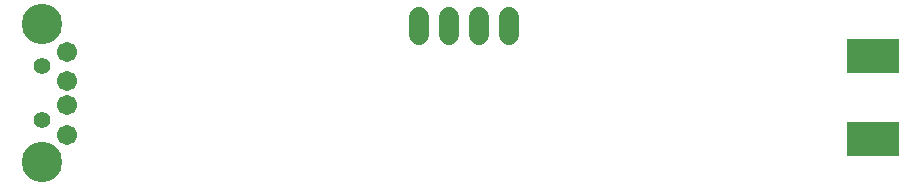
<source format=gbs>
G75*
%MOIN*%
%OFA0B0*%
%FSLAX25Y25*%
%IPPOS*%
%LPD*%
%AMOC8*
5,1,8,0,0,1.08239X$1,22.5*
%
%ADD10C,0.06800*%
%ADD11C,0.06737*%
%ADD12C,0.13461*%
%ADD13C,0.05524*%
%ADD14R,0.17300X0.11300*%
D10*
X0147219Y0083688D02*
X0147219Y0089687D01*
X0157219Y0089687D02*
X0157219Y0083688D01*
X0167219Y0083688D02*
X0167219Y0089687D01*
X0177219Y0089687D02*
X0177219Y0083688D01*
D11*
X0029719Y0077967D03*
X0029719Y0068125D03*
X0029719Y0060250D03*
X0029719Y0050408D03*
D12*
X0021451Y0041156D03*
X0021451Y0087219D03*
D13*
X0021451Y0073243D03*
X0021451Y0055132D03*
D14*
X0298290Y0049081D03*
X0298290Y0076597D03*
M02*

</source>
